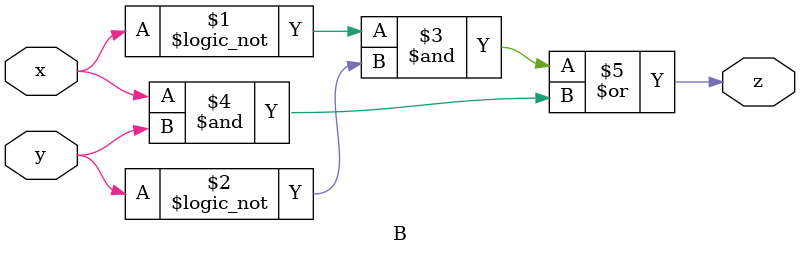
<source format=v>
module top_module (input x, input y, output z);

	wire z1, z2, z3, z4;
	
	assign z = (z1 | z2) ^ (z3 & z4);
	
	A u_A1(x, y, z1);
	B u_B1(x, y, z2);
	A u_A2(x, y, z3);
	B u_B2(x, y, z4);
	
endmodule

module A (input x, input y, output z);
	assign z = (x^y) & x;
endmodule

module B ( input x, input y, output z );
	assign z = (!x & !y) | (x & y);
endmodule

</source>
